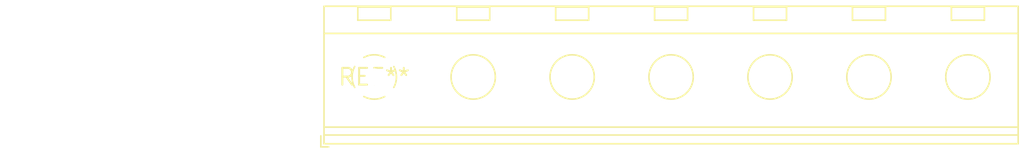
<source format=kicad_pcb>
(kicad_pcb (version 20240108) (generator pcbnew)
  (layers (0 "F.Cu" signal) (31 "B.Cu" signal) (34 "B.Paste" user) (35 "F.Paste" user) (36 "B.SilkS" user "B.Silkscreen") (37 "F.SilkS" user "F.Silkscreen") (38 "B.Mask" user) (39 "F.Mask" user) (44 "Edge.Cuts" user))
  (net 0 "")
  (footprint "TerminalBlock_RND_205-00072_1x07_P7.50mm_Horizontal" (layer "F.Cu") (at 0 0)
    (property "Reference" "REF**")
    (property "Value" "TerminalBlock_RND_205-00072_1x07_P7.50mm_Horizontal")
    (fp_line (start -4.05 4.46) (end -4.05 5.3) (layer "F.SilkS") (stroke (width 0.12)))
    (fp_line (start -4.05 5.3) (end -3.45 5.3) (layer "F.SilkS") (stroke (width 0.12)))
    (fp_line (start -3.81 -5.36) (end -3.81 5.06) (layer "F.SilkS") (stroke (width 0.12)))
    (fp_line (start -3.81 -5.36) (end 48.81 -5.36) (layer "F.SilkS") (stroke (width 0.12)))
    (fp_line (start -3.81 -3.301) (end 48.81 -3.301) (layer "F.SilkS") (stroke (width 0.12)))
    (fp_line (start -3.81 3.8) (end 48.81 3.8) (layer "F.SilkS") (stroke (width 0.12)))
    (fp_line (start -3.81 4.4) (end 48.81 4.4) (layer "F.SilkS") (stroke (width 0.12)))
    (fp_line (start -3.81 5.06) (end 48.81 5.06) (layer "F.SilkS") (stroke (width 0.12)))
    (fp_line (start -1.25 -5.301) (end -1.25 -4.301) (layer "F.SilkS") (stroke (width 0.12)))
    (fp_line (start -1.25 -5.301) (end 1.25 -5.301) (layer "F.SilkS") (stroke (width 0.12)))
    (fp_line (start -1.25 -4.301) (end 1.25 -4.301) (layer "F.SilkS") (stroke (width 0.12)))
    (fp_line (start 1.25 -5.301) (end 1.25 -4.301) (layer "F.SilkS") (stroke (width 0.12)))
    (fp_line (start 6.25 -5.301) (end 6.25 -4.301) (layer "F.SilkS") (stroke (width 0.12)))
    (fp_line (start 6.25 -5.301) (end 8.75 -5.301) (layer "F.SilkS") (stroke (width 0.12)))
    (fp_line (start 6.25 -4.301) (end 8.75 -4.301) (layer "F.SilkS") (stroke (width 0.12)))
    (fp_line (start 8.75 -5.301) (end 8.75 -4.301) (layer "F.SilkS") (stroke (width 0.12)))
    (fp_line (start 13.75 -5.301) (end 13.75 -4.301) (layer "F.SilkS") (stroke (width 0.12)))
    (fp_line (start 13.75 -5.301) (end 16.25 -5.301) (layer "F.SilkS") (stroke (width 0.12)))
    (fp_line (start 13.75 -4.301) (end 16.25 -4.301) (layer "F.SilkS") (stroke (width 0.12)))
    (fp_line (start 16.25 -5.301) (end 16.25 -4.301) (layer "F.SilkS") (stroke (width 0.12)))
    (fp_line (start 21.25 -5.301) (end 21.25 -4.301) (layer "F.SilkS") (stroke (width 0.12)))
    (fp_line (start 21.25 -5.301) (end 23.75 -5.301) (layer "F.SilkS") (stroke (width 0.12)))
    (fp_line (start 21.25 -4.301) (end 23.75 -4.301) (layer "F.SilkS") (stroke (width 0.12)))
    (fp_line (start 23.75 -5.301) (end 23.75 -4.301) (layer "F.SilkS") (stroke (width 0.12)))
    (fp_line (start 28.75 -5.301) (end 28.75 -4.301) (layer "F.SilkS") (stroke (width 0.12)))
    (fp_line (start 28.75 -5.301) (end 31.25 -5.301) (layer "F.SilkS") (stroke (width 0.12)))
    (fp_line (start 28.75 -4.301) (end 31.25 -4.301) (layer "F.SilkS") (stroke (width 0.12)))
    (fp_line (start 31.25 -5.301) (end 31.25 -4.301) (layer "F.SilkS") (stroke (width 0.12)))
    (fp_line (start 36.25 -5.301) (end 36.25 -4.301) (layer "F.SilkS") (stroke (width 0.12)))
    (fp_line (start 36.25 -5.301) (end 38.75 -5.301) (layer "F.SilkS") (stroke (width 0.12)))
    (fp_line (start 36.25 -4.301) (end 38.75 -4.301) (layer "F.SilkS") (stroke (width 0.12)))
    (fp_line (start 38.75 -5.301) (end 38.75 -4.301) (layer "F.SilkS") (stroke (width 0.12)))
    (fp_line (start 43.75 -5.301) (end 43.75 -4.301) (layer "F.SilkS") (stroke (width 0.12)))
    (fp_line (start 43.75 -5.301) (end 46.25 -5.301) (layer "F.SilkS") (stroke (width 0.12)))
    (fp_line (start 43.75 -4.301) (end 46.25 -4.301) (layer "F.SilkS") (stroke (width 0.12)))
    (fp_line (start 46.25 -5.301) (end 46.25 -4.301) (layer "F.SilkS") (stroke (width 0.12)))
    (fp_line (start 48.81 -5.36) (end 48.81 5.06) (layer "F.SilkS") (stroke (width 0.12)))
    (fp_arc (start -1.483953 0.789089) (mid -1.680708 5e-05) (end -1.484 -0.789) (layer "F.SilkS") (stroke (width 0.12)))
    (fp_arc (start -0.789089 -1.483953) (mid -5e-05 -1.680708) (end 0.789 -1.484) (layer "F.SilkS") (stroke (width 0.12)))
    (fp_arc (start 0.029383 1.68045) (mid -0.392304 1.634281) (end -0.789 1.484) (layer "F.SilkS") (stroke (width 0.12)))
    (fp_arc (start 0.788712 1.483352) (mid 0.406429 1.630097) (end 0 1.68) (layer "F.SilkS") (stroke (width 0.12)))
    (fp_arc (start 1.483953 -0.789089) (mid 1.680708 -5e-05) (end 1.484 0.789) (layer "F.SilkS") (stroke (width 0.12)))
    (fp_circle (center 7.5 0) (end 9.18 0) (layer "F.SilkS") (stroke (width 0.12)) (fill none))
    (fp_circle (center 15 0) (end 16.68 0) (layer "F.SilkS") (stroke (width 0.12)) (fill none))
    (fp_circle (center 22.5 0) (end 24.18 0) (layer "F.SilkS") (stroke (width 0.12)) (fill none))
    (fp_circle (center 30 0) (end 31.68 0) (layer "F.SilkS") (stroke (width 0.12)) (fill none))
    (fp_circle (center 37.5 0) (end 39.18 0) (layer "F.SilkS") (stroke (width 0.12)) (fill none))
    (fp_circle (center 45 0) (end 46.68 0) (layer "F.SilkS") (stroke (width 0.12)) (fill none))
    (pad "1" thru_hole rect (at 0 0) (size 2.5 2.5) (drill 1.3) (layers *.Cu *.Mask) (remove_unused_layers))
    (pad "2" thru_hole circle (at 7.5 0) (size 2.5 2.5) (drill 1.3) (layers *.Cu *.Mask) (remove_unused_layers))
    (pad "3" thru_hole circle (at 15 0) (size 2.5 2.5) (drill 1.3) (layers *.Cu *.Mask) (remove_unused_layers))
    (pad "4" thru_hole circle (at 22.5 0) (size 2.5 2.5) (drill 1.3) (layers *.Cu *.Mask) (remove_unused_layers))
    (pad "5" thru_hole circle (at 30 0) (size 2.5 2.5) (drill 1.3) (layers *.Cu *.Mask) (remove_unused_layers))
    (pad "6" thru_hole circle (at 37.5 0) (size 2.5 2.5) (drill 1.3) (layers *.Cu *.Mask) (remove_unused_layers))
    (pad "7" thru_hole circle (at 45 0) (size 2.5 2.5) (drill 1.3) (layers *.Cu *.Mask) (remove_unused_layers))
  )
)
</source>
